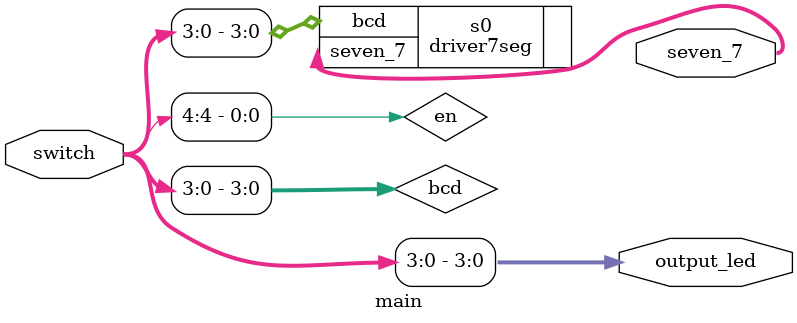
<source format=v>
`timescale 1ns / 1ps
`default_nettype none


module main (input wire [4:0] switch,
output wire [7:0] seven_7, output wire [3:0] output_led);
wire [3:0] bcd = switch[3:0];
wire en = switch[4];
assign output_led = switch[3:0];
driver7seg s0(.bcd(bcd),.seven_7(seven_7));

endmodule

</source>
